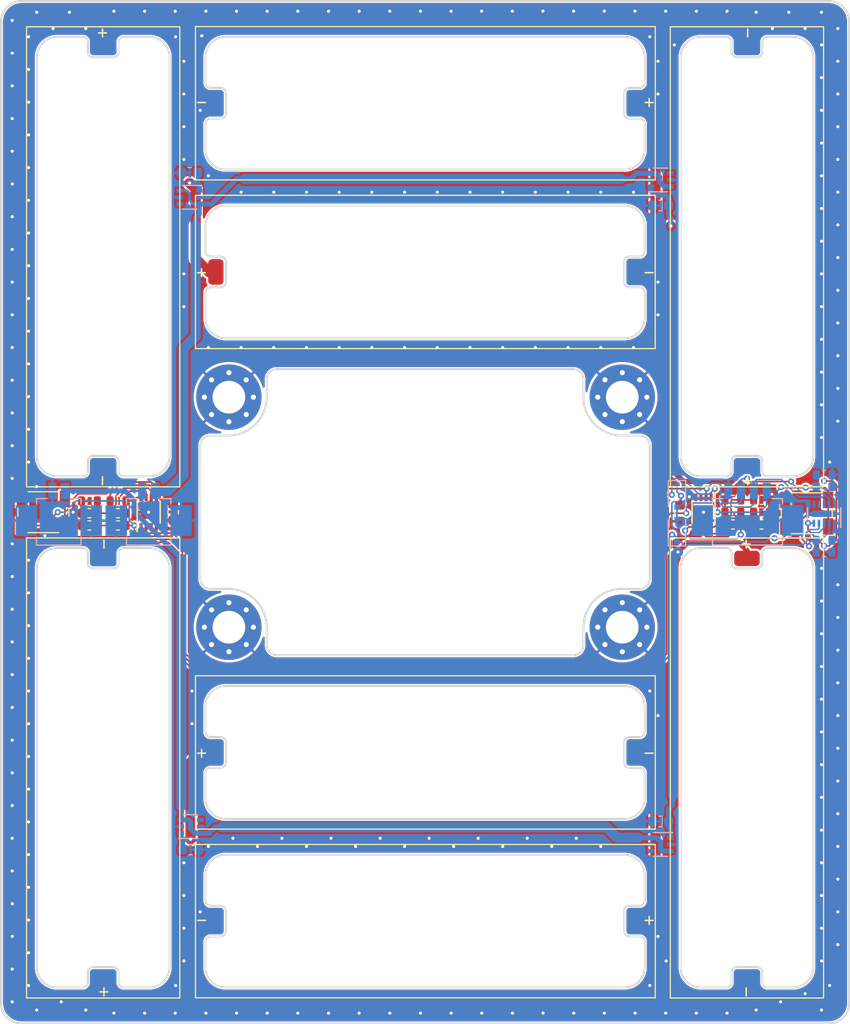
<source format=kicad_pcb>
(kicad_pcb (version 20210424) (generator pcbnew)

  (general
    (thickness 1.004)
  )

  (paper "A4")
  (title_block
    (title "BUTCube - Solar module XY")
    (date "2021-06-01")
    (rev "v1.0")
    (company "VUT")
    (comment 1 "Author: Petr Malaník")
  )

  (layers
    (0 "F.Cu" signal)
    (31 "B.Cu" signal)
    (34 "B.Paste" user)
    (35 "F.Paste" user)
    (36 "B.SilkS" user "B.Silkscreen")
    (37 "F.SilkS" user "F.Silkscreen")
    (38 "B.Mask" user)
    (39 "F.Mask" user)
    (40 "Dwgs.User" user "User.Drawings")
    (41 "Cmts.User" user "User.Comments")
    (42 "Eco1.User" user "User.Eco1")
    (43 "Eco2.User" user "User.Eco2")
    (44 "Edge.Cuts" user)
    (45 "Margin" user)
    (46 "B.CrtYd" user "B.Courtyard")
    (47 "F.CrtYd" user "F.Courtyard")
    (48 "B.Fab" user)
    (49 "F.Fab" user)
    (50 "User.1" user)
    (51 "User.2" user)
  )

  (setup
    (stackup
      (layer "F.SilkS" (type "Top Silk Screen"))
      (layer "F.Paste" (type "Top Solder Paste"))
      (layer "F.Mask" (type "Top Solder Mask") (color "Blue") (thickness 0.01))
      (layer "F.Cu" (type "copper") (thickness 0.017))
      (layer "dielectric 1" (type "core") (thickness 0.95) (material "FR4") (epsilon_r 4.5) (loss_tangent 0.02))
      (layer "B.Cu" (type "copper") (thickness 0.017))
      (layer "B.Mask" (type "Bottom Solder Mask") (color "Blue") (thickness 0.01))
      (layer "B.Paste" (type "Bottom Solder Paste"))
      (layer "B.SilkS" (type "Bottom Silk Screen"))
      (copper_finish "ENIG")
      (dielectric_constraints no)
    )
    (pad_to_mask_clearance 0)
    (pcbplotparams
      (layerselection 0x00010fc_ffffffff)
      (disableapertmacros false)
      (usegerberextensions false)
      (usegerberattributes true)
      (usegerberadvancedattributes true)
      (creategerberjobfile true)
      (svguseinch false)
      (svgprecision 6)
      (excludeedgelayer true)
      (plotframeref false)
      (viasonmask false)
      (mode 1)
      (useauxorigin false)
      (hpglpennumber 1)
      (hpglpenspeed 20)
      (hpglpendiameter 15.000000)
      (dxfpolygonmode true)
      (dxfimperialunits true)
      (dxfusepcbnewfont true)
      (psnegative false)
      (psa4output false)
      (plotreference true)
      (plotvalue true)
      (plotinvisibletext false)
      (sketchpadsonfab false)
      (subtractmaskfromsilk false)
      (outputformat 1)
      (mirror false)
      (drillshape 1)
      (scaleselection 1)
      (outputdirectory "")
    )
  )

  (net 0 "")
  (net 1 "Net-(C1-Pad1)")
  (net 2 "Net-(C2-Pad1)")
  (net 3 "Net-(C3-Pad1)")
  (net 4 "Net-(C4-Pad1)")
  (net 5 "Net-(SC1-Pad2)")
  (net 6 "Net-(SC3-Pad2)")
  (net 7 "VCC")
  (net 8 "/SDA")
  (net 9 "/SCL")
  (net 10 "/Solar_unit_1/OUT")
  (net 11 "/Solar_unit_3/OUT")
  (net 12 "/PH_1")
  (net 13 "Net-(R2-Pad2)")
  (net 14 "Net-(R4-Pad2)")
  (net 15 "Net-(R6-Pad2)")
  (net 16 "/PH_2")
  (net 17 "Net-(R10-Pad1)")
  (net 18 "Net-(R11-Pad2)")
  (net 19 "Net-(R13-Pad2)")
  (net 20 "unconnected-(U1-Pad3)")
  (net 21 "unconnected-(U2-Pad3)")
  (net 22 "Net-(R15-Pad2)")
  (net 23 "unconnected-(U3-Pad6)")
  (net 24 "unconnected-(U3-Pad7)")
  (net 25 "Net-(SC5-Pad2)")
  (net 26 "Net-(SC7-Pad2)")
  (net 27 "GND")

  (footprint "TCY_passives:R_0603_1608Metric" (layer "F.Cu") (at 116.6 94.1 180))

  (footprint "Package_DFN_QFN:DFN-8-1EP_3x2mm_P0.5mm_EP1.3x1.5mm" (layer "F.Cu") (at 176.7 94 -90))

  (footprint "TCY_solar:SM141K04LV" (layer "F.Cu") (at 149.475 70.5))

  (footprint "TCY_smd_leds:VEMD5160X" (layer "F.Cu") (at 186.8 94.1 -90))

  (footprint "MountingHole:MountingHole_3.2mm_M3_Pad_Via" (layer "F.Cu") (at 168.75 82.75))

  (footprint "TCY_passives:R_0603_1608Metric" (layer "F.Cu") (at 179.575 94))

  (footprint "TCY_solar:SM141K04LV" (layer "F.Cu") (at 117.95 119.019999 90))

  (footprint "TCY_passives:R_0603_1608Metric" (layer "F.Cu") (at 179.575 92.8))

  (footprint "TCY_solar:SM141K04LV" (layer "F.Cu") (at 149.480001 54 180))

  (footprint "MountingHole:MountingHole_3.2mm_M3_Pad_Via" (layer "F.Cu") (at 130.25 105.25))

  (footprint "TCY_passives:R_0603_1608Metric" (layer "F.Cu") (at 116.6 92.9 180))

  (footprint "TCY_passives:R_0603_1608Metric" (layer "F.Cu") (at 119.4 92.9 180))

  (footprint "TCY_passives:R_0603_1608Metric" (layer "F.Cu") (at 182.375 92.8))

  (footprint "TCY_passives:R_0603_1608Metric" (layer "F.Cu") (at 182.375 95.2))

  (footprint "Resistor_SMD:R_0603_1608Metric" (layer "F.Cu") (at 174.4 94.1 -90))

  (footprint "TCY_passives:R_0603_1608Metric" (layer "F.Cu") (at 119.4 94.1 180))

  (footprint "TCY_solar:SM141K04LV" (layer "F.Cu") (at 117.95 69.019999 -90))

  (footprint "TCY_passives:R_0603_1608Metric" (layer "F.Cu") (at 116.6 95.3 180))

  (footprint "TCY_passives:R_0603_1608Metric" (layer "F.Cu") (at 119.4 95.3 180))

  (footprint "TCY_solar:SM141K04LV" (layer "F.Cu") (at 149.480001 117.5))

  (footprint "TCY_solar:SM141K04LV" (layer "F.Cu") (at 149.480001 134 180))

  (footprint "Package_DFN_QFN:DFN-8-1EP_3x2mm_P0.5mm_EP1.3x1.5mm" (layer "F.Cu") (at 122.4 94 90))

  (footprint "TCY_solar:SM141K04LV" (layer "F.Cu") (at 180.95 69.019999 90))

  (footprint "MountingHole:MountingHole_3.2mm_M3_Pad_Via" (layer "F.Cu") (at 168.75 105.25))

  (footprint "TCY_solar:SM141K04LV" (layer "F.Cu") (at 180.95 119.019999 -90))

  (footprint "MountingHole:MountingHole_3.2mm_M3_Pad_Via" (layer "F.Cu") (at 130.25 82.75))

  (footprint "TCY_passives:R_0603_1608Metric" (layer "F.Cu") (at 182.375 94))

  (footprint "TCY_smd_leds:VEMD5160X" (layer "F.Cu") (at 112.1 94 90))

  (footprint "Resistor_SMD:R_0603_1608Metric" (layer "F.Cu") (at 124.8 94 -90))

  (footprint "TCY_passives:R_0603_1608Metric" (layer "F.Cu") (at 179.575 95.2))

  (footprint "TCY_connectors:Amphenol_10114830-11102LF_1x02_P1.25mm_Horizontal" (layer "B.Cu") (at 113.6 92.72 180))

  (footprint "TCY_passives:C_0603_1608Metric" (layer "B.Cu") (at 188.5 96.75))

  (footprint "Package_TO_SOT_SMD:SOT-363_SC-70-6" (layer "B.Cu") (at 172.5 126.5 180))

  (footprint "Capacitor_SMD:C_0603_1608Metric" (layer "B.Cu") (at 172.5 64 180))

  (footprint "Package_TO_SOT_SMD:SOT-363_SC-70-6" (layer "B.Cu") (at 126.5 124.75))

  (footprint "Diode_SMD:D_SOD-323F" (layer "B.Cu") (at 174.1 95.8 90))

  (footprint "Capacitor_SMD:C_0603_1608Metric" (layer "B.Cu") (at 126.4 60.8 180))

  (footprint "Capacitor_SMD:C_0603_1608Metric" (layer "B.Cu") (at 126.5 127))

  (footprint "Package_TO_SOT_SMD:SOT-363_SC-70-6" (layer "B.Cu") (at 172.5 61.5))

  (footprint "TCY_passives:R_0603_1608Metric" (layer "B.Cu") (at 188.5 90.35))

  (footprint "Capacitor_SMD:C_0603_1608Metric" (layer "B.Cu") (at 172.5 124.25 180))

  (footprint "TCY_passives:R_0603_1608Metric" (layer "B.Cu") (at 188.5 97.9))

  (footprint "TCY_passives:C_0603_1608Metric" (layer "B.Cu") (at 188.5 91.5))

  (footprint "TCY_connectors:Amphenol_10114830-11102LF_1x02_P1.25mm_Horizontal" (layer "B.Cu") (at 122.4 92.72 180))

  (footprint "Package_DFN_QFN:DFN-10-1EP_2x3mm_P0.5mm_EP0.64x2.4mm" (layer "B.Cu") (at 188.5 94.15 90))

  (footprint "Diode_SMD:D_SOD-323F" (layer "B.Cu") (at 174.1 92.4 -90))

  (footprint "TCY_connectors:Amphenol_10114830-11103LF_1x04_P1.25mm_Horizontal" (layer "B.Cu") (at 181 94.97 180))

  (footprint "Package_TO_SOT_SMD:SOT-363_SC-70-6" (layer "B.Cu") (at 126.4 63.2 180))

  (gr_arc (start 185.45 49.500001) (end 187.45 49.500001) (angle -90) (layer "Edge.Cuts") (width 0.2) (tstamp 02fd28df-f37a-4553-b7a5-7cdbdc55e118))
  (gr_arc (start 185.45 99.5) (end 187.45 99.5) (angle -90) (layer "Edge.Cuts") (width 0.2) (tstamp 04792f9e-1520-4b9d-af73-5d2b39764dcd))
  (gr_arc (start 181.95 99) (end 181.95 99.500001) (angle -90) (layer "Edge.Cuts") (width 0.2) (tstamp 057c1add-104a-4a55-a56b-40801bf3b052))
  (gr_line (start 127.950001 115.500001) (end 127.950001 113.000001) (layer "Edge.Cuts") (width 0.2) (tstamp 05fedc24-de42-4101-b3a2-32c81fecf786))
  (gr_arc (start 115.95 140.000001) (end 115.95 140.500001) (angle -90) (layer "Edge.Cuts") (width 0.2) (tstamp 068b7777-c54f-41d8-a964-2f6b8ebc07fe))
  (gr_arc (start 129.450001 116.500001) (end 129.950001 116.500001) (angle -90) (layer "Edge.Cuts") (width 0.2) (tstamp 06cd484b-e52d-4371-bd5a-280706c8e6a4))
  (gr_line (start 118.95 49.500001) (end 116.95 49.500001) (layer "Edge.Cuts") (width 0.2) (tstamp 087857c5-6b30-4df8-8007-710b829a6832))
  (gr_line (start 129.950001 133.000001) (end 129.950001 135.000001) (layer "Edge.Cuts") (width 0.2) (tstamp 088d7daa-cc8d-4fd8-9aa9-12bb905b0dc6))
  (gr_line (start 116.45 99) (end 116.45 98.000001) (layer "Edge.Cuts") (width 0.2) (tstamp 09c36c44-15fc-4af7-8d71-dd1ff07b603d))
  (gr_arc (start 185.45 138.500001) (end 185.449999 140.500001) (angle -90) (layer "Edge.Cuts") (width 0.2) (tstamp 0a60d8da-a40b-4646-bfdf-f5b9a275e81e))
  (gr_arc (start 169.45 71.500001) (end 168.95 71.500001) (angle -90) (layer "Edge.Cuts") (width 0.2) (tstamp 0b84a6f9-4752-42ea-815d-62cc5fc41feb))
  (gr_line (start 116.45 139.000001) (end 116.45 140.000001) (layer "Edge.Cuts") (width 0.2) (tstamp 0c900f8c-2d96-4607-941d-cb73db80e439))
  (gr_arc (start 163.95 81.000002) (end 164.95 81.000002) (angle -90) (layer "Edge.Cuts") (width 0.2) (tstamp 0de9e0cb-4922-44b0-a5c5-3505f439fbf7))
  (gr_arc (start 168.95 49.500001) (end 170.95 49.500001) (angle -90) (layer "Edge.Cuts") (width 0.2) (tstamp 0ff09f9c-dd92-4514-9029-ab95a69e78ca))
  (gr_line (start 130.2 101.500001) (end 128.45 101.500001) (layer "Edge.Cuts") (width 0.2) (tstamp 1015b18b-ba2c-4325-aabd-937839acb938))
  (gr_arc (start 168.95 129.500001) (end 170.95 129.500001) (angle -90) (layer "Edge.Cuts") (width 0.2) (tstamp 1115bb20-fa86-472b-9634-838fd72b4dc2))
  (gr_arc (start 170.45 72.500001) (end 170.95 72.500001) (angle -90) (layer "Edge.Cuts") (width 0.2) (tstamp 11406a0b-a194-4c64-aee2-5725f56c6367))
  (gr_line (start 168.95 127.500001) (end 129.95 127.500001) (layer "Edge.Cuts") (width 0.2) (tstamp 16d32656-a535-4ca1-a698-fb0b7bd8c175))
  (gr_line (start 129.450001 52.500002) (end 128.450001 52.500002) (layer "Edge.Cuts") (width 0.2) (tstamp 1764f411-00bf-4058-a6c5-237b02f0b980))
  (gr_arc (start 169.45 133) (end 169.45 132.5) (angle -90) (layer "Edge.Cuts") (width 0.2) (tstamp 176ec522-ecd0-484a-9ee5-13f17db7041e))
  (gr_line (start 116.95 138.500001) (end 118.95 138.500001) (layer "Edge.Cuts") (width 0.2) (tstamp 17dbb318-f415-4eeb-9939-a58845d246f0))
  (gr_arc (start 179.949999 49.000001) (end 179.449999 49.000001) (angle -90) (layer "Edge.Cuts") (width 0.2) (tstamp 19c82bf9-832f-41dc-9363-64ec5d7ca397))
  (gr_line (start 170.95 72.500001) (end 170.95 75.000001) (layer "Edge.Cuts") (width 0.2) (tstamp 1a85c2de-d9b4-44ed-b7ab-42b411394e8a))
  (gr_line (start 169.45 72.000001) (end 170.45 72.000001) (layer "Edge.Cuts") (width 0.2) (tstamp 1ae2ee33-b610-4a2d-bf12-fcab2a2d2db8))
  (gr_line (start 182.95 140.500001) (end 185.45 140.500001) (layer "Edge.Cuts") (width 0.2) (tstamp 1cc7908b-9c34-4f92-ab51-23914be8ceea))
  (gr_arc (start 168.95 122.000001) (end 168.95 124.000001) (angle -90) (layer "Edge.Cuts") (width 0.2) (tstamp 1d60ec8b-e4c3-4538-8cfb-92e637677d4b))
  (gr_arc (start 178.95 98.000001) (end 179.45 98.000001) (angle -90) (layer "Edge.Cuts") (width 0.2) (tstamp 200ea47c-c5fd-4db3-8b8b-2b38eaab8b18))
  (gr_arc (start 118.95 89.000001) (end 119.45 89.000001) (angle -90) (layer "Edge.Cuts") (width 0.2) (tstamp 20407672-6076-4d42-b3ac-5e3262eaf09a))
  (gr_arc (start 176.45 88.500002) (end 174.45 88.500002) (angle -90) (layer "Edge.Cuts") (width 0.2) (tstamp 20942e9d-198c-4e1c-a76d-53d121b8efdc))
  (gr_line (start 178.95 47.500001) (end 176.45 47.500001) (layer "Edge.Cuts") (width 0.2) (tstamp 2099de76-5324-414f-b12f-26432a995d83))
  (gr_arc (start 170.45 68.500001) (end 170.45 69.000001) (angle -90) (layer "Edge.Cuts") (width 0.2) (tstamp 2204ceb9-0b66-45b1-afe8-2802f1843daf))
  (gr_arc (start 122.45 99.5) (end 124.45 99.5) (angle -90) (layer "Edge.Cuts") (width 0.2) (tstamp 2488f897-27dc-4d83-b0f1-40de367e0e63))
  (gr_line (start 169.45 52.500002) (end 170.45 52.500002) (layer "Edge.Cuts") (width 0.2) (tstamp 25b6aff7-0040-4cd5-95fa-21ceb6a3bf8e))
  (gr_arc (start 181.95 139.000001) (end 182.45 139.000001) (angle -90) (layer "Edge.Cuts") (width 0.2) (tstamp 26420053-e8ba-4265-bba2-21f505857217))
  (gr_arc (start 170.45 56.000002) (end 170.95 56.000002) (angle -90) (layer "Edge.Cuts") (width 0.2) (tstamp 2778819d-bf2b-4db2-b851-ad21434ab530))
  (gr_arc (start 119.95 140.000001) (end 119.45 140.000001) (angle -90) (layer "Edge.Cuts") (width 0.2) (tstamp 28eff093-6513-4415-9807-a3f82e9be250))
  (gr_line (start 179.45 89.000001) (end 179.45 90.000001) (layer "Edge.Cuts") (width 0.2) (tstamp 291fb24a-ead3-4fe7-b7a0-069917b6ef25))
  (gr_arc (start 115.95 90.000001) (end 115.95 90.500001) (angle -90) (layer "Edge.Cuts") (width 0.2) (tstamp 2a37c86e-f0e2-4b48-b17a-87dd11981829))
  (gr_arc (start 168.95 113.000001) (end 170.95 113.000001) (angle -90) (layer "Edge.Cuts") (width 0.2) (tstamp 2c2d42df-c623-48c4-8b2b-5ce1ddcda0f7))
  (gr_arc (start 129.95 129.500001) (end 129.95 127.500001) (angle -90) (layer "Edge.Cuts") (width 0.2) (tstamp 2e6a0af4-5eb5-416e-9dc9-1cde5ce532b8))
  (gr_arc (start 170.45 136.000001) (end 170.95 136.000001) (angle -90) (layer "Edge.Cuts") (width 0.2) (tstamp 30af23b0-2528-4a23-b0da-bda3f8ae5fbf))
  (gr_arc (start 169.45 53.000002) (end 169.45 52.500002) (angle -90) (layer "Edge.Cuts") (width 0.2) (tstamp 32f769a9-8e15-42a4-8c22-22efacb665e0))
  (gr_arc (start 169.45 69.500001) (end 169.45 69.000001) (angle -90) (layer "Edge.Cuts") (width 0.2) (tstamp 3344bf14-96fc-45d8-b8ac-ca9f6971c34c))
  (gr_arc (start 129.450001 69.500001) (end 129.950001 69.500001) (angle -90) (layer "Edge.Cuts") (width 0.2) (tstamp 33ca28d4-543f-41b2-8ae4-97f66b9b62f0))
  (gr_arc (start 182.95 90.000001) (end 182.45 90.000001) (angle -90) (layer "Edge.Cuts") (width 0.2) (tstamp 3466449a-7c72-4594-a0fe-7da5f88bc18f))
  (gr_arc (start 134.95 107.000001) (end 133.95 107.000001) (angle -90) (layer "Edge.Cuts") (width 0.2) (tstamp 36d73420-baa8-4675-8fdd-4ab03a5e1b96))
  (gr_arc (start 128.450001 72.500001) (end 128.450001 72.000001) (angle -90) (layer "Edge.Cuts") (width 0.2) (tstamp 37b166e3-e714-4dcf-aa51-da63b5f0f651))
  (gr_line (start 129.95 124.000001) (end 168.95 124.000001) (layer "Edge.Cuts") (width 0.2) (tstamp 3854931f-060a-406b-8690-1b0fd9e98f17))
  (gr_arc (start 178.95 140.000001) (end 178.95 140.500001) (angle -90) (layer "Edge.Cuts") (width 0.2) (tstamp 3855035e-d5d1-40b3-8814-9afd3fcea59b))
  (gr_line (start 169.45 135.500001) (end 170.45 135.500001) (layer "Edge.Cuts") (width 0.2) (tstamp 3b03be7d-cadd-46d7-8140-47d932ff66b5))
  (gr_arc (start 170.45 100.500001) (end 170.45 101.500001) (angle -90) (layer "Edge.Cuts") (width 0.2) (tstamp 3c084481-7678-4852-a7a9-ef45ecfba1bb))
  (gr_line (start 111.45 49.500001) (end 111.45 88.500002) (layer "Edge.Cuts") (width 0.2) (tstamp 3d36a243-0383-415d-b4d3-fee5709976f6))
  (gr_line (start 119.45 99) (end 119.45 98.000001) (layer "Edge.Cuts") (width 0.2) (tstamp 3ebabbbc-ad6a-41bf-8786-1c094c54177d))
  (gr_line (start 169.45 119.000001) (end 170.45 119.000001) (layer "Edge.Cuts") (width 0.2) (tstamp 3fb39dbf-163c-4364-b7ad-518d472c51bb))
  (gr_line (start 115.95 90.500001) (end 113.45 90.500001) (layer "Edge.Cuts") (width 0.2) (tstamp 3fcc7f22-1b86-4ec5-bf85-c9257721979f))
  (gr_line (start 170.95 132.000001) (end 170.95 129.500001) (layer "Edge.Cuts") (width 0.2) (tstamp 40b868ea-9917-4a58-b7cf-41a00dc5459e))
  (gr_line (start 115.95 97.500001) (end 113.45 97.500001) (layer "Edge.Cuts") (width 0.2) (tstamp 40e5e106-fa10-453b-93de-e18619fb50db))
  (gr_arc (start 129.95 113.000001) (end 129.95 111.000001) (angle -90) (layer "Edge.Cuts") (width 0.2) (tstamp 42997778-d21a-4685-b69e-94e2aa59164e))
  (gr_line (start 188.95 44.000002) (end 109.95 44.000002) (layer "Edge.Cuts") (width 0.2) (tstamp 42ace664-8f17-4094-b1fd-878ebff58f1f))
  (gr_arc (start 169.45 118.500001) (end 168.95 118.500001) (angle -90) (layer "Edge.Cuts") (width 0.2) (tstamp 4328b7b2-bfd8-4eee-8c04-33c6119c8c7a))
  (gr_arc (start 188.95 142) (end 188.95 144) (angle -90) (layer "Edge.Cuts") (width 0.2) (tstamp 43f9b419-c656-4851-a51c-94884e9df7b4))
  (gr_arc (start 113.45 88.500002) (end 111.45 88.500002) (angle -90) (layer "Edge.Cuts") (width 0.2) (tstamp 457966ac-8523-4a27-8b38-4de7b7447089))
  (gr_line (start 129.950001 116.500001) (end 129.950001 118.500001) (layer "Edge.Cuts") (width 0.2) (tstamp 4625890b-5085-4958-8267-fd99f761240a))
  (gr_line (start 163.95 108.000001) (end 134.95 108.000001) (layer "Edge.Cuts") (width 0.2) (tstamp 467697ea-3f2a-4e44-96df-9e96a0b9cd26))
  (gr_line (start 182.95 97.500001) (end 185.45 97.500001) (layer "Edge.Cuts") (width 0.2) (tstamp 46c10385-447c-4cac-b48c-54b612d05156))
  (gr_arc (start 116.95 139.000001) (end 116.950001 138.500001) (angle -90) (layer "Edge.Cuts") (width 0.2) (tstamp 474586ff-b199-44db-bb96-bf433e305ce5))
  (gr_line (start 182.45 99) (end 182.45 98.000001) (layer "Edge.Cuts") (width 0.2) (tstamp 47900a04-492b-416f-92d7-60e7ba980e4d))
  (gr_line (start 181.95 99.500001) (end 179.95 99.500001) (layer "Edge.Cuts") (width 0.2) (tstamp 4c0053b7-702b-4d3e-b38a-729871a44b98))
  (gr_arc (start 168.95 58.500002) (end 168.95 60.500002) (angle -90) (layer "Edge.Cuts") (width 0.2) (tstamp 4c1c115b-4a86-4563-8193-8e8bb21404e9))
  (gr_line (start 169.45 55.500002) (end 170.45 55.500002) (layer "Edge.Cuts") (width 0.2) (tstamp 4cf9c067-4351-4d91-8245-9a71e71a1579))
  (gr_arc (start 129.450001 53.000001) (end 129.950001 53.000001) (angle -90) (layer "Edge.Cuts") (width 0.2) (tstamp 4d98bf42-d9a8-4c80-a12f-ffae2e2449b2))
  (gr_line (start 174.45 99.5) (end 174.45 138.500001) (layer "Edge.Cuts") (width 0.2) (tstamp 50a0e4e5-ec24-4bc9-a19d-a5cbd346abf9))
  (gr_arc (start 129.450001 135.000001) (end 129.450001 135.500001) (angle -90) (layer "Edge.Cuts") (width 0.2) (tstamp 512ce996-2eeb-43b3-8b2a-179872448ff2))
  (gr_arc (start 179.95 99.000001) (end 179.45 99.000001) (angle -90) (layer "Edge.Cuts") (width 0.2) (tstamp 5184b9b1-2d1e-402f-8a13-ecf332cb8924))
  (gr_line (start 178.95 90.500001) (end 176.45 90.500001) (layer "Edge.Cuts") (width 0.2) (tstamp 51b42015-463f-4b15-af42-2fe98c6fdf4d))
  (gr_arc (start 168.7 105.250001) (end 168.7 101.500001) (angle -90) (layer "Edge.Cuts") (width 0.2) (tstamp 54daa8cd-f74b-4475-ae6b-ef22e989e4ea))
  (gr_arc (start 122.45 49.500001) (end 124.45 49.500001) (angle -90) (layer "Edge.Cuts") (width 0.2) (tstamp 54f0cb31-0ea0-4bdf-80fc-b2252198c0ab))
  (gr_line (start 127.950001 136.000001) (end 127.950001 138.500001) (layer "Edge.Cuts") (width 0.2) (tstamp 550841ff-78be-41bf-9279-62e524c022c9))
  (gr_line (start 178.95 140.500001) (end 176.45 140.500001) (layer "Edge.Cuts") (width 0.2) (tstamp 56756683-07d5-431e-a9fa-51e07c3ec2d5))
  (gr_arc (start 182.95 140.000001) (end 182.45 140.000001) (angle -90) (layer "Edge.Cuts") (width 0.2) (tstamp 596572bd-60f6-451a-944e-670349b19c64))
  (gr_arc (start 170.449999 87.500002) (end 171.449999 87.500002) (angle -90) (layer "Edge.Cuts") (width 0.2) (tstamp 59aaab31-cdf7-4896-946a-bda458d71d16))
  (gr_arc (start 129.950001 138.500001) (end 127.95 138.500001) (angle -90) (layer "Edge.Cuts") (width 0.2) (tstamp 5d5d867a-077e-4589-b79e-5d65489eea05))
  (gr_line (start 182.95 90.500001) (end 185.45 90.500001) (layer "Edge.Cuts") (width 0.2) (tstamp 5d7b1953-d6b5-497c-89e0-be3b5fdc6c37))
  (gr_arc (start 170.45 115.500001) (end 170.45 116.000001) (angle -90) (layer "Edge.Cuts") (width 0.2) (tstamp 6029fe31-ff48-4315-96aa-62af68b7bbd1))
  (gr_line (start 168.95 118.500001) (end 168.95 116.500001) (layer "Edge.Cuts") (width 0.2) (tstamp 6407163e-2b74-4dcd-b560-7eaccb7b6c4e))
  (gr_line (start 164.95 107) (end 164.95 105.250001) (layer "Edge.Cuts") (width 0.2) (tstamp 641b41f7-9d92-4cff-9f38-51bf3979fb42))
  (gr_line (start 129.450001 116.000001) (end 128.450001 116.000001) (layer "Edge.Cuts") (width 0.2) (tstamp 64cc52e3-e8be-4ee8-bc3b-8393589676ad))
  (gr_line (start 119.450001 89.000002) (end 119.450001 90.000001) (layer "Edge.Cuts") (width 0.2) (tstamp 664273c2-30d0-46d6-adfb-19108021f958))
  (gr_arc (start 134.95 81.000002) (end 134.95 80.000002) (angle -90) (layer "Edge.Cuts") (width 0.2) (tstamp 666bd15f-e412-49ec-8609-dbdcf15feaa8))
  (gr_line (start 115.95 47.500001) (end 113.45 47.500001) (layer "Edge.Cuts") (width 0.2) (tstamp 681ae55a-b047-40ab-bcd9-f288f5b38c7e))
  (gr_arc (start 170.45 52.000001) (end 170.45 52.500002) (angle -90) (layer "Edge.Cuts") (width 0.2) (tstamp 69cad448-7621-4388-b02d-b955a55b78ac))
  (gr_line (start 129.950001 69.500001) (end 129.950001 71.500001) (layer "Edge.Cuts") (width 0.2) (tstamp 6a8719f1-16f3-489e-bc1e-fee03537978d))
  (gr_arc (start 119.95 48.000001) (end 119.95 47.500001) (angle -90) (layer "Edge.Cuts") (width 0.2) (tstamp 6b750a59-e7a9-4abc-8c08-f033d3fe9366))
  (gr_arc (start 176.45 138.500001) (end 174.45 138.500001) (angle -90) (layer "Edge.Cuts") (width 0.2) (tstamp 708f301e-b6dd-4465-b89c-73a29f56fec4))
  (gr_arc (start 178.95 48.000001) (end 179.45 48.000001) (angle -90) (layer "Edge.Cuts") (width 0.2) (tstamp 735eb0af-439b-4cea-b44a-d2a70110d10f))
  (gr_line (start 168.95 111) (end 129.95 111.000001) (layer "Edge.Cuts") (width 0.2) (tstamp 73ea7d1a-e8b7-471b-b32d-15e6ba22e4af))
  (gr_line (start 178.95 97.500001) (end 176.45 97.500001) (layer "Edge.Cuts") (width 0.2) (tstamp 742fc986-86b0-4707-a302-57185abc5b63))
  (gr_line (start 168.95 64.000001) (end 129.95 64.000001) (layer "Edge.Cuts") (width 0.2) (tstamp 74e011b2-2128-48c6-a66c-dacc779ec4f3))
  (gr_arc (start 109.95 46.000002) (end 109.95 44.000002) (angle -90) (layer "Edge.Cuts") (width 0.2) (tstamp 74e80894-178e-47c2-addb-76c92fe60d91))
  (gr_line (start 119.95 140.500001) (end 122.45 140.500001) (layer "Edge.Cuts") (width 0.2) (tstamp 75729d9d-b15a-428d-b7ee-3dddd73f914c))
  (gr_line (start 169.45 69.000001) (end 170.45 69.000001) (layer "Edge.Cuts") (width 0.2) (tstamp 76d0e73c-b7fb-4491-b9af-733492f4e7a2))
  (gr_line (start 129.450001 69.000001) (end 128.450001 69.000001) (layer "Edge.Cuts") (width 0.2) (tstamp 76e2cf84-68f8-4c7e-a43a-6fdeaed82c22))
  (gr_arc (start 129.95 66.000001) (end 129.95 64.000001) (angle -90) (layer "Edge.Cuts") (width 0.2) (tstamp 77b7fcfb-e64c-4881-aebf-2910a1a6858c))
  (gr_line (start 124.45 88.500002) (end 124.45 49.500001) (layer "Edge.Cuts") (width 0.2) (tstamp 77f71919-8b4d-4a09-a259-f971e7e13650))
  (gr_arc (start 168.95 138.500001) (end 168.95 140.500001) (angle -90) (layer "Edge.Cuts") (width 0.2) (tstamp 782be7bb-0ed2-4354-b62b-9de056c3c816))
  (gr_line (start 129.450001 132.500001) (end 128.450001 132.500001) (layer "Edge.Cuts") (width 0.2) (tstamp 78e8a562-84b2-4aa6-88f1-0ee5d87f6966))
  (gr_line (start 169.45 132.500001) (end 170.45 132.500001) (layer "Edge.Cuts") (width 0.2) (tstamp 79a3d936-73c9-4068-a7db-4b757ee9db23))
  (gr_line (start 170.95 136.000001) (end 170.95 138.500001) (layer "Edge.Cuts") (width 0.2) (tstamp 7aae5e46-dfed-4d70-954d-3998b7c6ad97))
  (gr_line (start 119.45 49.000001) (end 119.45 48.000001) (layer "Edge.Cuts") (width 0.2) (tstamp 7dffe1f5-ac00-48a6-a204-5c225b8ee6a0))
  (gr_arc (start 129.450001 118.500001) (end 129.450001 119.000001) (angle -90) (layer "Edge.Cuts") (width 0.2) (tstamp 7eb4fc7c-15e3-44fb-9a90-cdbfa5b2841f))
  (gr_arc (start 116.95 49.000001) (end 116.45 49.000001) (angle -90) (layer "Edge.Cuts") (width 0.2) (tstamp 7ed2f7de-17f9-4f2a-aee9-8663aa893ccc))
  (gr_arc (start 129.95 75.000001) (end 127.95 75.000001) (angle -90) (layer "Edge.Cuts") (width 0.2) (tstamp 7f071327-4882-4798-8773-bd8a66e79a70))
  (gr_line (start 190.95 142) (end 190.95 46.000002) (layer "Edge.Cuts") (width 0.2) (tstamp 8029247e-0301-4f7f-ba44-bcbfed4aab63))
  (gr_arc (start 181.95 89.000002) (end 182.45 89.000002) (angle -90) (layer "Edge.Cuts") (width 0.2) (tstamp 80cae36f-e694-48af-a93b-440d434896d1))
  (gr_line (start 127.950001 56.000002) (end 127.950001 58.500001) (layer "Edge.Cuts") (width 0.2) (tstamp 82b5fbe1-7079-43fd-904a-2146cd15e33f))
  (gr_arc (start 182.95 48.000001) (end 182.95 47.500001) (angle -90) (layer "Edge.Cuts") (width 0.2) (tstamp 852154ee-e9e8-49d1-81c4-732e1b9efce9))
  (gr_line (start 182.45 89.000002) (end 182.45 90.000001) (layer "Edge.Cuts") (width 0.2) (tstamp 8744840a-60c8-4960-a35b-6d9ec4cf21a7))
  (gr_arc (start 118.95 99.000001) (end 118.95 99.500001) (angle -90) (layer "Edge.Cuts") (width 0.2) (tstamp 87d59e46-4bd9-4a6e-b283-e5fa9d10a860))
  (gr_line (start 133.95 81.000002) (end 133.95 82.750002) (layer "Edge.Cuts") (width 0.2) (tstamp 8857dabb-1263-4bc4-b105-3d19d4807f58))
  (gr_line (start 109.95 144) (end 188.95 144) (layer "Edge.Cuts") (width 0.2) (tstamp 8871945a-ad76-443d-ad24-9865b5838656))
  (gr_arc (start 109.95 142) (end 107.95 142) (angle -90) (layer "Edge.Cuts") (width 0.2) (tstamp 889df7a2-2c31-4945-b769-3cc3392a1430))
  (gr_line (start 182.45 49.000001) (end 182.45 48.000001) (layer "Edge.Cuts") (width 0.2) (tstamp 88a11b1d-dbc7-4a09-9005-f51d2e6086c0))
  (gr_arc (start 130.200001 105.250001) (end 133.950001 105.250001) (angle -90) (layer "Edge.Cuts") (width 0.2) (tstamp 897aeebd-8745-4d09-bc9d-2f7d5de39394))
  (gr_arc (start 128.450001 52.000002) (end 127.950001 52.000002) (angle -90) (layer "Edge.Cuts") (width 0.2) (tstamp 89a770c0-a007-445d-bfb8-cb6eb5d0843b))
  (gr_arc (start 176.45 99.5) (end 176.45 97.5) (angle -90) (layer "Edge.Cuts") (width 0.2) (tstamp 8a00814c-621a-43c8-85c1-edf0431af0ee))
  (gr_line (start 168.7 101.500001) (end 170.45 101.500001) (layer "Edge.Cuts") (width 0.2) (tstamp 8a76e635-147a-47eb-b89e-a5c1190be725))
  (gr_line (start 119.95 97.500001) (end 122.45 97.500001) (layer "Edge.Cuts") (width 0.2) (tstamp 8c293c86-09b9-4190-bbe2-491c7c71ebc3))
  (gr_arc (start 128.45 87.500002) (end 128.45 86.500002) (angle -90) (layer "Edge.Cuts") (width 0.2) (tstamp 917066b8-42b6-4dbe-93a4-03f3a533c93b))
  (gr_arc (start 178.95 90.000001) (end 178.95 90.500001) (angle -90) (layer "Edge.Cuts") (width 0.2) (tstamp 920be5a4-f8a4-47db-be8d-4ab4b9dde01f))
  (gr_arc (start 170.45 119.500001) (end 170.95 119.500001) (angle -90) (layer "Edge.Cuts") (width 0.2) (tstamp 932dd08d-b453-4570-bdcb-41f3642afbac))
  (gr_arc (start 128.450001 119.500001) (end 128.450001 119) (angle -90) (layer "Edge.Cuts") (width 0.2) (tstamp 947c34b0-1339-46cf-b5f1-d850d29c8aab))
  (gr_line (start 127.45 87.500002) (end 127.45 100.500001) (layer "Edge.Cuts") (width 0.2) (tstamp 97dd2369-b1de-49b1-99b2-fa3443effaa2))
  (gr_line (start 127.950001 119.500001) (end 127.950001 122.000001) (layer "Edge.Cuts") (width 0.2) (tstamp 98daad9f-8ae6-4ef6-9592-f93e96070746))
  (gr_arc (start 128.450001 132.000001) (end 127.950001 132.000001) (angle -90) (layer "Edge.Cuts") (width 0.2) (tstamp 992ba1db-5923-4589-ae03-965bacc9003f))
  (gr_arc (start 128.450001 68.500001) (end 127.950001 68.500001) (angle -90) (layer "Edge.Cuts") (width 0.2) (tstamp 9a6b809c-6d91-4f22-92c8-52b529e801cb))
  (gr_arc (start 176.45 49.500001) (end 176.45 47.500001) (angle -90) (layer "Edge.Cuts") (width 0.2) (tstamp 9a8c6476-15c5-4bc2-b076-7b1c3c77371e))
  (gr_line (start 174.45 49.500001) (end 174.45 88.500002) (layer "Edge.Cuts") (width 0.2) (tstamp 9bbe931b-dd61-4f81-8fa6-1c445e61a5dc))
  (gr_line (start 129.450001 55.500002) (end 128.450001 55.500002) (layer "Edge.Cuts") (width 0.2) (tstamp 9f31c22e-0ac9-4cd9-9ec9-dc88e07e652b))
  (gr_line (start 170.95 115.500001) (end 170.95 113.000001) (layer "Edge.Cuts") (width 0.2) (tstamp 9fa4b302-2c67-4387-8794-bc4270b58c6f))
  (gr_line (start 179.95 138.500001) (end 181.95 138.500001) (layer "Edge.Cuts") (width 0.2) (tstamp a0a073b6-f752-412f-8497-7c02fe632023))
  (gr_line (start 187.45 138.500001) (end 187.45 99.5) (layer "Edge.Cuts") (width 0.2) (tstamp a1b4ce14-0761-489e-aea9-598fffb72937))
  (gr_line (start 118.95 99.5) (end 116.95 99.5) (layer "Edge.Cuts") (width 0.2) (tstamp a31b16fa-cee2-45b6-a31c-fdb58bed72b3))
  (gr_arc (start 179.95 89.000001) (end 179.95 88.500001) (angle -90) (layer "Edge.Cuts") (width 0.2) (tstamp a362a90d-8b64-4835-a486-159fa3c5db91))
  (gr_line (start 168.95 71.500001) (end 168.95 69.500001) (layer "Edge.Cuts") (width 0.2) (tstamp a47f3919-a7ed-4c9c-a7c0-e49cdca988a4))
  (gr_arc (start 185.45 88.500002) (end 185.45 90.500002) (angle -90) (layer "Edge.Cuts") (width 0.2) (tstamp a62534cb-e356-4290-8d1f-5ba7f7d7d173))
  (gr_line (start 130.2 86.500002) (end 128.45 86.500002) (layer "Edge.Cuts") (width 0.2) (tstamp a8dc7da6-5df8-42a4-b2cd-b1281cf3d0f0))
  (gr_line (start 133.95 107.000001) (end 133.95 105.250001) (layer "Edge.Cuts") (width 0.2) (tstamp a910dee8-0870-4310-a0d2-86648d7b69f7))
  (gr_line (start 129.95 140.500001) (end 168.95 140.500001) (layer "Edge.Cuts") (width 0.2) (tstamp aae1e4a3-8e02-4983-a2b8-2b86f3b26622))
  (gr_arc (start 129.95 49.500002) (end 129.95 47.500001) (angle -90) (layer "Edge.Cuts") (width 0.2) (tstamp ac810d39-b7fe-42c7-ba88-868a65732f53))
  (gr_line (start 129.95 60.500001) (end 168.95 60.500001) (layer "Edge.Cuts") (width 0.2) (tstamp af23d4a6-8670-4760-a119-5e2530d26af9))
  (gr_arc (start 119.95 98.000001) (end 119.95 97.5) (angle -90) (layer "Edge.Cuts") (width 0.2) (tstamp af2acadf-c2a8-44c1-a321-0b8c9559fd12))
  (gr_arc (start 116.95 89.000001) (end 116.95 88.500001) (angle -90) (layer "Edge.Cuts") (width 0.2) (tstamp afc80580-63d1-4326-b9f7-5acd5ec665d8))
  (gr_arc (start 188.95 46.000002) (end 190.95 46.000002) (angle -90) (layer "Edge.Cuts") (width 0.2) (tstamp b3ab7bd5-de20-4233-925b-917602773263))
  (gr_arc (start 170.45 132) (end 170.45 132.500001) (angle -90) (layer "Edge.Cuts") (width 0.2) (tstamp b6bd75d6-3508-4fce-905e-29f0060b92f4))
  (gr_arc (start 179.949999 139.000001) (end 179.95 138.500001) (angle -90) (layer "Edge.Cuts") (width 0.2) (tstamp b76f75c3-fd7c-4758-a238-74bc8575cf3b))
  (gr_arc (start 113.45 138.500001) (end 111.45 138.500001) (angle -90) (layer "Edge.Cuts") (width 0.2) (tstamp b8a1d2ac-cbde-411f-94d6-648cdbb9f65b))
  (gr_line (start 127.950001 68.500001) (end 127.950001 66.000001) (layer "Edge.Cuts") (width 0.2) (tstamp b8c2e7e4-14da-4a5e-b54b-171723be229c))
  (gr_line (start 107.95 46.000002) (end 107.95 142) (layer "Edge.Cuts") (width 0.2) (tstamp bf4d3a89-821e-4c78-874a-a358a57f830e))
  (gr_line (start 179.95 88.500002) (end 181.95 88.500002) (layer "Edge.Cuts") (width 0.2) (tstamp c157b1bf-f1c8-4cf0-802c-75f1b9d1dcd9))
  (gr_line (start 170.95 52.000002) (end 170.95 49.500001) (layer "Edge.Cuts") (width 0.2) (tstamp c38991c2-4ab1-4113-a511-8873ca89c478))
  (gr_line (start 170.95 119.500001) (end 170.95 122.000001) (layer "Edge.Cuts") (width 0.2) (tstamp c3e1ac6e-686e-491f-a775-d2c306be2791))
  (gr_arc (start 128.450001 100.500001) (end 127.450001 100.500001) (angle -90) (layer "Edge.Cuts") (width 0.2) (tstamp c3f700a0-20bc-4a01-abc8-52590ec87c31))
  (gr_arc (start 128.450001 115.500001) (end 127.950001 115.500001) (angle -90) (layer "Edge.Cuts") (width 0.2) (tstamp c5b83580-85f5-463b-9481-cb5feb8da2c7))
  (gr_line (start 116.95 88.500002) (end 118.95 88.500002) (layer "Edge.Cuts") (width 0.2) (tstamp c6f75eb3-90c1-4ea4-8211-ee36d74d5e75))
  (gr_arc (start 129.95 122.000001) (end 127.95 122) (angle -90) (layer "Edge.Cuts") (width 0.2) (tstamp c80caa73-4ea0-4303-99bb-165b7fd90bbf))
  (gr_arc (start 115.95 98.000001) (end 116.45 98.000001) (angle -90) (layer "Edge.Cuts") (width 0.2) (tstamp c92570e5-8657-4d54-af64-2d6ec0c06643))
  (gr_line (start 111.45 99.5) (end 111.45 138.500001) (layer "Edge.Cuts") (width 0.2) (tstamp c96142b7-478d-4b08-a318-56fc29c32a2e))
  (gr_line (start 119.95 90.500001) (end 122.45 90.500001) (layer "Edge.Cuts") (width 0.2) (tstamp c9c6e55a-e9f5-4f33-a3d9-6bea33ed461c))
  (gr_line (start 168.95 47.500001) (end 129.95 47.500001) (layer "Edge.Cuts") (width 0.2) (tstamp c9df1cd4-6eae-42e3-a3aa-8243cc2658b9))
  (gr_arc (start 122.45 138.500001) (end 122.45 140.500001) (angle -90) (layer "Edge.Cuts") (width 0.2) (tstamp ca6af224-0824-4eac-8385-56bb28bf948b))
  (gr_line (start 127.950001 132.000001) (end 127.950001 129.500001) (layer "Edge.Cuts") (width 0.2) (tstamp ccd5ce35-273d-44e7-b28a-10f70626f9fc))
  (gr_line (start 170.95 56.000002) (end 170.95 58.500001) (layer "Edge.Cuts") (width 0.2) (tstamp cd1725d5-b81f-420c-9036-744e1b8b69b5))
  (gr_line (start 116.45 49.000001) (end 116.45 48.000001) (layer "Edge.Cuts") (width 0.2) (tstamp cd9ce211-85bd-4997-b7fb-a2372d5a175f))
  (gr_arc (start 128.450001 136.000001) (end 128.450001 135.500001) (angle -90) (layer "Edge.Cuts") (width 0.2) (tstamp d22ff753-3eae-4805-9d49-b77b5aa6fbbb))
  (gr_arc (start 168.7 82.750002) (end 164.95 82.750002) (angle -90) (layer "Edge.Cuts") (width 0.2) (tstamp d5e756b1-8c79-4725-a783-815290ebc472))
  (gr_line (start 179.45 139.000001) (end 179.45 140.000001) (layer "Edge.Cuts") (width 0.2) (tstamp d72088a7-d838-4ab4-a5ad-b1d78fcca41e))
  (gr_arc (start 169.45 116.500001) (end 169.45 116.000001) (angle -90) (layer "Edge.Cuts") (width 0.2) (tstamp d726fdbc-cd73-4f1c-b1d3-3e24db04c9ff))
  (gr_line (start 119.95 47.500001) (end 122.45 47.500001) (layer "Edge.Cuts") (width 0.2) (tstamp d76e9da6-ba3f-49e6-9991-297706496a3e))
  (gr_line (start 127.950001 72.500001) (end 127.950001 75.000001) (layer "Edge.Cuts") (width 0.2) (tstamp d8647260-7586-459e-8e01-86ef19f41dc4))
  (gr_line (start 129.95 77.000001) (end 168.95 77.000001) (layer "Edge.Cuts") (width 0.2) (tstamp d8b4f8af-df6e-45b8-b3af-ef02a199ee8e))
  (gr_line (start 170.95 68.500001) (end 170.95 66.000001) (layer "Edge.Cuts") (width 0.2) (tstamp d903efc6-db8f-4a52-8f8f-4b80bd175b59))
  (gr_arc (start 168.95 75.000001) (end 168.95 77.000002) (angle -90) (layer "Edge.Cuts") (width 0.2) (tstamp dad61b19-5490-43ab-bb0e-764413c7b7e3))
  (gr_line (start 119.450001 139.000001) (end 119.450001 140.000001) (layer "Edge.Cuts") (width 0.2) (tstamp db381d79-765b-4bd4-9e13-51349f2b3dad))
  (gr_line (start 179.45 49.000001) (end 179.45 48.000001) (layer "Edge.Cuts") (width 0.2) (tstamp dba5e760-46c8-4ffe-9119-f593e4b9af4b))
  (gr_arc (start 130.2 82.750002) (end 130.2 86.500002) (angle -90) (layer "Edge.Cuts") (width 0.2) (tstamp dbd09501-9b4d-4cc0-81c3-c2bbea0a98a7))
  (gr_arc (start 129.95 58.500001) (end 127.95 58.500001) (angle -90) (layer "Edge.Cuts") (width 0.2) (tstamp dc0dcd70-9af9-43a6-90bf-7501aa4eabc3))
  (gr_arc (start 118.950001 49.000001) (end 118.95 49.500001) (angle -90) (layer "Edge.Cuts") (width 0.2) (tstamp dd2afa2f-d73d-41d3-9752-3409d781bf80))
  (gr_line (start 182.45 139.000001) (end 182.45 140.000001) (layer "Edge.Cuts") (width 0.2) (tstamp dee937e6-a93e-4b7f-b622-b7e72abe5bcb))
  (gr_line (start 129.450001 135.500001) (end 128.450001 135.500001) (layer "Edge.Cuts") (width 0.2) (tstamp deffecf1-2d6b-490d-b165-addad5ca696a))
  (gr_line (start 187.45 88.500002) (end 187.45 49.500001) (layer "Edge.Cuts") (width 0.2) (tstamp dfc9b2d1-5583-407e-9323-fab93803e77e))
  (gr_line (start 179.45 99.000001) (end 179.45 98.000001) (layer "Edge.Cuts") (width 0.2) (tstamp dfd07cac-98d2-4b82-8c4f-c1d0aac196ed))
  (gr_arc (start 169.45 135.000001) (end 168.95 135.000001) (angle -90) (layer "Edge.Cuts") (width 0.2) (tstamp e0858e8f-0ed3-4e21-b06d-83a11dfd6671))
  (gr_line (start 134.95 80.000002) (end 163.95 80.000002) (layer "Edge.Cuts") (width 0.2) (tstamp e086ad4e-0bd1-4e44-b08d-a67d65161884))
  (gr_arc (start 168.95 66.000001) (end 170.95 66.000001) (angle -90) (layer "Edge.Cuts") (width 0.2) (tstamp e0a01cc1-92e5-465f-b9e4-9abf9102deb7))
  (gr_arc (start 129.450001 71.500001) (end 129.450001 72.000002) (angle -90) (layer "Edge.Cuts") (width 0.2) (tstamp e0d8d89f-3278-4944-a6cf-0a1b5e2575b6))
  (gr_arc (start 181.95 49.000001) (end 181.949999 49.500001) (angle -90) (layer "Edge.Cuts") (width 0.2) (tstamp e1460c31-0172-4665-94c2-ea3e8bbec4ae))
  (gr_line (start 129.450001 72.000002) (end 128.450001 72.000002) (layer "Edge.Cuts") (width 0.2) (tstamp e17648f6-717b-44d6-ae9e-ea11d5adaa10))
  (gr_arc (start 163.95 107) (end 163.95 108) (angle -90) (layer "Edge.Cuts") (width 0.2) (tstamp e19de688-1133-4db1-88b9-8a593c16f7c7))
  (gr_arc (start 122.45 88.500002) (end 122.45 90.500002) (angle -90) (layer "Edge.Cuts") (width 0.2) (tstamp e20a8730-a90f-44d0-8738-cbb3420d0c97))
  (gr_line (start 129.450001 119.000001) (end 128.450001 119.000001) (layer "Edge.Cuts") (width 0.2) (tstamp e2b23b9b-7068-489d-892e-045e38274fc6))
  (gr_arc (start 128.450001 56.000002) (end 128.450001 55.500002) (angle -90) (layer "Edge.Cuts") (width 0.2) (tstamp e2bc1f91-524c-4c39-8d4b-301d4f798c19))
  (gr_arc (start 118.950001 139.000001) (end 119.450001 139.000001) (angle -90) (layer "Edge.Cuts") (width 0.2) (tstamp e3828d57-8577-4343-a856-1709490e6da1))
  (gr_arc (start 116.95 99) (end 116.45 99) (angle -90) (layer "Edge.Cuts") (width 0.2) (tstamp e44d02d3-679a-4708-b01e-7adee63ca73a))
  (gr_arc (start 129.450001 55.000002) (end 129.450001 55.500002) (angle -90) (layer "Edge.Cuts") (width 0.2) (tstamp e511ecbf-c88b-4fb1-ac49-de64237d3dbc))
  (gr_arc (start 115.95 48.000001) (end 116.45 48.000001) (angle -90) (layer "Edge.Cuts") (width 0.2) (tstamp e6128f7f-2623-4d20-a2fe-e8f8ec0836cb))
  (gr_line (start 116.45 89.000001) (end 116.45 90.000001) (layer "Edge.Cuts") (width 0.2) (tstamp e726c879-6b32-46ed-8f4f-b512ba4066ac))
  (gr_line (start 168.95 55.000002) (end 168.95 53.000002) (layer "Edge.Cuts") (width 0.2) (tstamp e7d1dc10-45cb-4f83-a721-d97d6c194314))
  (gr_line (start 168.95 135.000001) (end 168.95 133.000001) (layer "Edge.Cuts") (width 0.2) (tstamp e86fd210-0c19-4114-9678-ed2a5574ad3e))
  (gr_line (start 127.950001 52.000002) (end 127.950001 49.500002) (layer "Edge.Cuts") (width 0.2) (tstamp ea690750-401f-4357-9203-cde6d0271628))
  (gr_line (start 129.950001 53.000002) (end 129.950001 55.000002) (layer "Edge.Cuts") (width 0.2) (tstamp eb2c540c-8ef0-4288-8ff0-08bf1ad9ef7a))
  (gr_line (start 181.95 49.500001) (end 179.95 49.500001) (layer "Edge.Cuts") (width 0.2) (tstamp ec35e742-538a-4fe9-9347-40941b8e371a))
  (gr_line (start 169.45 116.000001) (end 170.45 116.000001) (layer "Edge.Cuts") (width 0.2) (tstamp ec76a7cf-f9f0-4abe-aaa6-d05f735b7ad7))
  (gr_line (start 168.7 86.500002) (end 170.449999 86.500002) (layer "Edge.Cuts") (width 0.2) (tstamp f1a896a0-fc6e-4d66-b05f-c321f5f3ebc8))
  (gr_line (start 164.95 81.000002) (end 164.95 82.750002) (layer "Edge.Cuts") (width 0.2) (tstamp f40e9203-1edf-4bce-b58f-76844450be44))
  (gr_arc (start 169.45 55.000002) (end 168.95 55.000001) (angle -90) (layer "Edge.Cuts") (width 0.2) (tstamp f526fe01-bd34-4268-831e-e4b685e29813))
  (gr_arc (start 119.95 90.000001) (end 119.45 90.000001) (angle -90) (layer "Edge.Cuts") (width 0.2) (tstamp f63c377d-a3e1-4a07-80dc-b718e4ead9f7))
  (gr_line (start 171.45 100.500001) (end 171.45 87.500002) (layer "Edge.Cuts") (width 0.2) (tstamp f74ad42d-9857-4b8e-96c6-ac20b16122fa))
  (gr_arc (start 182.95 98.000001) (end 182.95 97.5) (angle -90) (layer "Edge.Cuts") (width 0.2) (tstamp f9361ab1-9d18-4e5e-8dfe-065ba36bda47))
  (gr_arc (start 113.45 49.500001) (end 113.45 47.500001) (angle -90) (layer "Edge.Cuts") (width 0.2) (tstamp f988de13-f523-420c-939c-ec52f86eaacf))
  (gr_arc (start 113.45 99.5) (end 113.45 97.5) (angle -90) (layer "Edge.Cuts") (width 0.2) (tstamp f9a293a1-fe32-4f52-882e-a6d512ab7ccf))
  (gr_line (start 115.95 140.500001) (end 113.45 140.500001) (layer "Edge.Cuts") (width 0.2) (tstamp fdbf67b8-01ad-4dc2-8da3-931d2be3b594))
  (gr_line (start 182.95 47.500001) (end 185.45 47.500001) (layer "Edge.Cuts") (width 0.2) (tstamp fe0370e2-ba5f-4626-bb18-27471b733cc6))
  (gr_line (start 124.45 138.500001) (end 124.45 99.5) (layer "Edge.Cuts") (width 0.2) (tstamp fe13e6c2-587c-4ed0-8799-ac83e4859bf7))
  (gr_arc (start 129.450001 133.000001) (end 129.950001 133.000001) (angle -90) (layer "Edge.Cuts") (width 0.2) (tstamp ff897fcd-e232-4d18-bd1b-4528898e375c))

  (segment (start 179.45 91) (end 174.75 91) (width 0.5) (layer "F.Cu") (net 1) (tstamp 07bd49c5-741a-42dc-b466-a02f4df6e9eb))
  (segment (start 179.95 89.9) (end 179.95 90.5) (width 0.5) (layer "F.Cu") (net 1) (tstamp 4c4b7d0f-a4f2-4d70-86a7-21b2e93b0b04))
  (segment (start 174.75 91) (end 173.5 89.75) (width 0.5) (layer "F.Cu") (net 1) (tstamp 4ef72094-0045-4761-af23-e3a4db4cf07d))
  (segment (start 180.95 89.519999) (end 180.330001 89.519999) (width 0.5) (layer "F.Cu") (net 1) (tstamp 731a76e2-dad2-4b3a-a92a-1c7e84c10da9))
  (segment (start 179.95 90.5) (end 179.45 91) (width 0.5) (layer "F.Cu") (net 1) (tstamp c3e92499-0ee3-4918-927a-9cbceb9127b3))
  (segment (start 173.5 89.75) (end 173.5 66) (width 1) (layer "F.Cu") (net 1) (tstamp c8315908-9dc9-4f24-8d0e-d9756a6d96c3))
  (segment (start 180.330001 89.519999) (end 179.95 89.9) (width 0.5) (layer "F.Cu") (net 1) (tstamp e6cda38f-5b60-4c60-b665-0d7ab74bae8f))
  (via (at 173.5 66) (size 0.6) (drill 0.3) (layers "F.Cu" "B.Cu") (net 1) (tstamp 469c3c6e-e457-4b4e-aaad-8541a16cce34))
  (segment (start 173.5 66) (end 173.5 65.25) (width 0.5) (layer "B.Cu") (net 1) (tstamp 2fbbf2f8-ccb0-4c4f-9e29-3b401731ef3d))
  (segment (start 172 63) (end 171.55 62.55) (width 0.5) (layer "B.Cu") (net 1) (tstamp 5a680350-53a1-488d-b09f-a3d6c85ce57e))
  (segment (start 173.2875 65.0375) (end 173.2875 64) (width 0.5) (layer "B.Cu") (net 1) (tstamp 6e8310c6-87fa-4f01-b9fa-54a5d2bb6c32))
  (segment (start 173 63) (end 172 63) (width 0.5) (layer "B.Cu") (net 1) (tstamp 9d95bfad-c0cb-49e8-9dcf-27f7850b72cd))
  (segment (start 173.5 65.25) (end 173.2875 65.0375) (width 0.5) (layer "B.Cu") (net 1) (tstamp 9d9cc0d8-8957-4efb-a097-380e88248b27))
  (segment (start 173.2875 64) (end 173.2875 63.2875) (width 0.5) (layer "B.Cu") (net 1) (tstamp c4536b02-f569-4104-870e-7551952d5a50))
  (segment (start 171.55 62.55) (end 171.55 62.15) (width 0.5) (layer "B.Cu") (net 1) (tstamp cad10148-46f5-413c-9cec-de7f9819211b))
  (segment (start 173.2875 63.2875) (end 173 63) (width 0.5) (layer "B.Cu") (net 1) (tstamp ec8e5baa-f6de-40ce-83a7-6e1863f2c5c5))
  (segment (start 127 69.2) (end 127 62.4) (width 1) (layer "F.Cu") (net 2) (tstamp 4433c64a-9a93-48df-b6ea-23abf83b0726))
  (segment (start 128.980001 70.519999) (end 128.319999 70.519999) (width 1) (layer "F.Cu") (net 2) (tstamp 90d26dd1-0001-4076-8a1a-df8a77b20db7))
  (segment (start 128.319999 70.519999) (end 127 69.2) (width 1) (layer "F.Cu") (net 2) (tstamp 9e5fffbd-13c9-4816-805d-10e4fd6c4ffb))
  (segment (start 127 62.4) (end 126.4 61.8) (width 1) (layer "F.Cu") (net 2) (tstamp d0b5effc-9f74-433a-9828-dc334d62d599))
  (via (at 126.4 61.8) (size 0.6) (drill 0.3) (layers "F.Cu" "B.Cu") (net 2) (tstamp a650d9ca-2ed1-4008-9845-1161a938674b))
  (segment (start 127.35 61.95) (end 127.35 62.55) (width 0.5) (layer "B.Cu") (net 2) (tstamp 016102c5-70ee-4531-b64a-c0f6cccf7d21))
  (segment (start 127.1875 60.8) (end 127.1875 61.7875) (width 0.5) (layer "B.Cu") (net 2) (tstamp 2f284f49-a0d8-42dc-976c-ab159ad6b44b))
  (segment (start 127.1875 61.7875) (end 127.35 61.95) (width 0.5) (layer "B.Cu") (net 2) (tstamp a688b481-66fc-450c-af08-4ec3a43cc791))
  (segment (start 126.4 61.8) (end 127.2 61.8) (width 0.5) (layer "B.Cu") (net 2) (tstamp afe1f905-a926-42a4-9509-aa0c3b607f23))
  (segment (start 175.1 97) (end 174.2 97.9) (width 0.5) (layer "F.Cu") (net 3) (tstamp 0b0c39ef-9b34-4d92-829d-32c08e201626))
  (segment (start 180.95 98.519999) (end 180.95 97.75) (width 0.5) (layer "F.Cu") (net 3) (tstamp 5f30ed1a-1fea-440a-81b9-e619cc96a2ca))
  (segment (start 180.2 97) (end 175.15 97) (width 0.5) (layer "F.Cu") (net 3) (tstamp b273134e-9845-4cf6-abfc-6c7b382a96d2))
  (segment (start 180.95 97.75) (end 180.2 97) (width 0.5) (layer "F.Cu") (net 3) (tstamp dc76aaf0-f064-4738-b8be-878736a2a897))
  (segment (start 175.15 97) (end 175.1 97) (width 0.5) (layer "F.Cu") (net 3) (tstamp de80db4a-0039-4117-9d68-730b560aac49))
  (via (at 174.2 97.9) (size 0.6) (drill 0.3) (layers "F.Cu" "B.Cu") (net 3) (tstamp 3e6492f6-84e0-4a12-a5c2-582cf2691e73))
  (segment (start 173.7 121.7) (end 173.7 122.6) (width 0.5) (layer "B.Cu") (net 3) (tstamp 0c9df560-4990-4fb6-9e53-e303969f861e))
  (segment (start 173.9 98.2) (end 173.7 98.4) (width 1) (layer "B.Cu") (net 3) (tstamp 2d5a9300-1cad-468a-882e-8cb651092829))
  (segment (start 173.2875 124.25) (end 173.2875 124.7875) (width 0.5) (layer "B.Cu") (net 3) (tstamp 4d65aab5-703e-4672-9366-dff7531ff9c3))
  (segment (start 173.2875 124.7875) (end 173.45 124.95) (width 0.5) (layer "B.Cu") (net 3) (tstamp 4e58f228-fe4a-41be-b918-cd6f2060b864))
  (segment (start 173.7 98.4) (end 173.7 121.7) (width 1) (layer "B.Cu") (net 3) (tstamp 60ae0e30-300a-443d-9735-e0b731cb4f32))
  (segment (start 173.45 124.95) (end 173.45 125.85) (width 0.5) (layer "B.Cu") (net 3) (tstamp 8558473d-a069-4ea1-80f8-8f06f458336b))
  (segment (start 174.2 97.9) (end 173.9 98.2) (width 1) (layer "B.Cu") (net 3) (tstamp a3ebf7e1-2507-4e28-b036-633b98c3ce8a))
  (segment (start 173.7 122.6) (end 173.2875 123.0125) (width 0.5) (layer "B.Cu") (net 3) (tstamp f23d114d-3abb-4888-ab80-b95001261ea9))
  (segment (start 173.2875 123.0125) (end 173.2875 124.25) (width 0.5) (layer "B.Cu") (net 3) (tstamp ff55b182-c197-4c01-931c-8d04e96e5090))
  (segment (start 128.980001 117.519999) (end 127.480001 117.519999) (width 1) (layer "F.Cu") (net 4) (tstamp 6c28bc80-081a-4dfc-8ea6-2125023aee53))
  (segment (start 127.480001 117.519999) (end 126.5 118.5) (width 1) (layer "F.Cu") (net 4) (tstamp 96722f0f-cb17-4718-a550-fa66d32c7fb9))
  (segment (start 126.5 118.5) (end 126.5 126) (width 1) (layer "F.Cu") (net 4) (tstamp e75eb543-1a99-4b8e-a4b0-3ab2be2806d5))
  (via (at 126.5 126) (size 0.6) (drill 0.3) (layers "F.Cu" "B.Cu") (net 4) (tstamp 253e7b01-c87c-476e-96de-7e3b40317c7a))
  (segment (start 125.7125 127) (end 125.7125 126.0875) (width 0.5) (layer "B.Cu") (net 4) (tstamp 303bdeae-5d12-44c4-900c-76b9a1cda181))
  (segment (start 126.5 126) (end 125.8 126) (width 0.5) (layer "B.Cu") (net 4) (tstamp 31cb6ee0-9195-481b-aaf1-813c99bfc1ae))
  (segment (start 125.55 125.75) (end 125.55 125.4) (width 0.5) (layer "B.Cu") (net 4) (tstamp 463d6021-a76a-4833-b5df-99b46a1c0315))
  (segment (start 125.8 126) (end 125.55 125.75) (width 0.5) (layer "B.Cu") (net 4) (tstamp 88068b99-cd9f-4675-aab4-eb8a21553757))
  (segment (start 125.7125 126.0875) (end 125.8 126) (width 0.5) (layer "B.Cu") (net 4) (tstamp e9345fe4-d0ed-4362-b330-e5cd431d09be))
  (segment (start 118.4 46.2) (end 180.4 46.2) (width 1) (layer "F.Cu") (net 5) (tstamp 2c1201eb-ca84-42ed-8df6-1c2ee18702d4))
  (segment (start 180.4 46.2) (end 180.95 46.75) (width 1) (layer "F.Cu") (net 5) (tstamp 67ee6bab-c810-4e3a-af07-c8f787ca3c36))
  (segment (start 180.95 46.75) (end 180.95 48.519999) (width 1) (layer "F.Cu") (net 5) (tstamp b380a11d-6223-4fa2-b18e-26055593ed53))
  (segment (start 117.95 46.65) (end 117.95 48.519999) (width 1) (layer "F.Cu") (net 5) (tstamp d1a4db43-188a-423d-92ac-5df1c51fac9e))
  (segment (start 118.4 46.2) (end 117.95 46.65) (width 1) (layer "F.Cu") (net 5) (tstamp dbd8e000-e82b-44fa-a715-99aaf3b97bb1))
  (segment (start 172 55) (end 172 69.5) (width 1) (layer "F.Cu") (net 6) (tstamp 0157005f-6550-421b-9ea8-979d6f31883c))
  (segment (start 169.980001 54.019999) (end 171.019999 54.019999) (width 1) (layer "F.Cu") (net 6) (tstamp 3f4ccd43-2e9f-4bfd-b068-0d6c5afb50e1))
  (segment (start 171.019999 54.019999) (end 172 55) (width 1) (layer "F.Cu") (net 6) (tstamp 49901828-c28c-45e1-8eab-b313c55df361))
  (segment (start 170.980001 70.519999) (end 169.980001 70.519999) (width 1) (layer "F.Cu") (net 6) (tstamp 70f4b0ca-19d8-4b24-a9d5-a14af9bcbdda))
  (segment (start 172 69.5) (end 170.980001 70.519999) (width 1) (layer "F.Cu") (net 6) (tstamp a896611c-5bab-4764-bbd7-28b49b2d8771))
  (segment (start 121.848551 96.648551) (end 124.448551 96.648551) (width 0.15) (layer "F.Cu") (net 7) (tstamp 0842832f-fdf6-4891-afef-f32dcf774df3))
  (segment (start 127.65283 109.9) (end 171.047172 109.9) (width 0.15) (layer "F.Cu") (net 7) (tstamp 0a5679d5-c0b0-4197-88a0-1344ba8e212b))
  (segment (start 120.175 94.1) (end 120.175 95.3) (width 0.15) (layer "F.Cu") (net 7) (tstamp 0df42fcc-fc2b-4d2a-84cb-7143cce7005f))
  (segment (start 177.45 95.45) (end 177.75 95.45) (width 0.15) (layer "F.Cu") (net 7) (tstamp 0f3b65c4-37bc-425c-b220-7055a05ed6b5))
  (segment (start 188.9 94.3) (end 188.9 95.4) (width 0.15) (layer "F.Cu") (net 7) (tstamp 110f4e9c-ece1-4678-88ac-66e9e7a4a7f4))
  (segment (start 186.35 94.7) (end 186.35 96.65) (width 0.15) (layer "F.Cu") (net 7) (tstamp 1ada6e38-1dda-456d-8d0b-a781fc161e88))
  (segment (start 184.349502 91.6) (end 188.6 91.6) (width 0.15) (layer "F.Cu") (net 7) (tstamp 1f3d347f-c7a3-4689-b7ae-16600db745c9))
  (segment (start 186.75 94.3) (end 186.35 94.7) (width 0.15) (layer "F.Cu") (net 7) (tstamp 22b438e7-5c29-4985-9f7e-687323036386))
  (segment (start 121.65 92.55) (end 121.25 92.55) (width 0.15) (layer "F.Cu") (net 7) (tstamp 234b4ea8-40b4-4aae-b40e-7b8f479b2cfe))
  (segment (start 173.5 94.1) (end 175.009135 94.1) (width 0.15) (layer "F.Cu") (net 7) (tstamp 2d9044cb-252d-4f82-b327-85c3ad1c75b4))
  (segment (start 178.8 94) (end 178.8 95.2) (width 0.15) (layer "F.Cu") (net 7) (tstamp 30b0e568-c37d-4ace-864f-22b6593736de))
  (segment (start 110 95.3) (end 112.2 95.3) (width 0.15) (layer "F.Cu") (net 7) (tstamp 36071746-9485-4660-8bf6-084e487b0bbf))
  (segment (start 171.047172 109.9) (end 173.1 107.847172) (width 0.15) (layer "F.Cu") (net 7) (tstamp 38ee9915-344d-4319-be76-de9be4c6895e))
  (segment (start 184.3 91.550498) (end 184.349502 91.6) (width 0.15) (layer "F.Cu") (net 7) (tstamp 39eb383a-df52-422d-828a-85939c5c8702))
  (segment (start 124.448551 96.648551) (end 125.7 97.9) (width 0.15) (layer "F.Cu") (net 7) (tstamp 419f70ca-d9ef-4390-8837-0b2e540ce124))
  (segment (start 120.175 92.9) (end 120.175 94.1) (width 0.15) (layer "F.Cu") (net 7) (tstamp 449223ea-5a34-48ed-9efd-bdfa431f6bcb))
  (segment (start 178.8 92.8) (end 178.8 94) (width 0.15) (layer "F.Cu") (net 7) (tstamp 51bcef82-a082-483f-8d05-9c87094065cd))
  (segment (start 173.1 107.847172) (end 173.1 94.5) (width 0.15) (layer "F.Cu") (net 7) (tstamp 53b047b4-9957-44d5-99ed-abf15d2f7034))
  (segment (start 110 92.7) (end 110 95.3) (width 0.15) (layer "F.Cu") (net 7) (tstamp 5bfac59b-666e-4976-97ea-a2c9578202a3))
  (segment (start 121 95.3) (end 121 95.8) (width 0.15) (layer "F.Cu") (net 7) (tstamp 68b05d84-a10d-42d7-b277-dd1a80f7dec7))
  (segment (start 120.175 95.3) (end 121 95.3) (width 0.15) (layer "F.Cu") (net 7) (tstamp 6f8d4eb7-f6e3-4af7-8933-c1d51bed0a78))
  (segment (start 125.7 107.94717) (end 127.65283 109.9) (width 0.15) (layer "F.Cu") (net 7) (tstamp 7714e207-ad4a-4bb4-8ad9-c43df93b337a))
  (segment (start 188.6 91.6) (end 188.9 91.9) (width 0.15) (layer "F.Cu") (net 7) (tstamp 87118630-4438-40e9-8383-f76feacc37b2))
  (segment (start 177.75 95.45) (end 178 95.2) (width 0.15) (layer "F.Cu") (net 7) (tstamp 943c7b37-230b-4a49-ad89-8dd6949b0837))
  (segment (start 121.25 92.55) (end 120.9 92.9) (width 0.15) (layer "F.Cu") (net 7) (tstamp 94a5e3b2-523b-40f9-84ad-a14fd887bc8a))
  (segment (start 120.9 92.9) (end 120.175 92.9) (width 0.15) (layer "F.Cu") (net 7) (tstamp 96bc0e6a-cb03-40b6-86f1-1d98ef229a4d))
  (segment (start 178.8 94) (end 178.074502 94) (width 0.15) (layer "F.Cu") (net 7) (tstamp 9b34a825-ba5d-45f8-9c8e-cf336d3b7a7c))
  (segment (start 188.9 91.9) (end 188.9 92.8) (width 0.15) (layer "F.Cu") (net 7) (tstamp a0c18eee-d0b1-4c18-b4c7-5e35cdb28c42))
  (segment (start 173.1 94.5) (end 173.5 94.1) (width 0.15) (layer "F.Cu") (net 7) (tstamp b52393b3-d707-4409-99c6-e4171608685b))
  (segment (start 112.2 95.3) (end 113.5 94) (width 0.15) (layer "F.Cu") (net 7) (tstamp c4d406c7-a853-498b-9699-aeb83d02e5c7))
  (segment (start 121 95.8) (end 121.848551 96.648551) (width 0.15) (layer "F.Cu") (net 7) (tstamp d143da13-499b-4455-9853-50be9da77c03))
  (segment (start 178 95.2) (end 178.8 95.2) (width 0.15) (layer "F.Cu") (net 7) (tstamp db17e44f-09ca-4349-b9c1-79b3d89a64a8))
  (segment (start 188.9 92.8) (end 188.9 94.3) (width 0.15) (layer "F.Cu") (net 7) (tstamp dd2c22ba-a8ae-496b-9f70-982ba02e5820))
  (segment (start 186.35 96.65) (end 187.032231 97.332231) (width 0.15) (layer "F.Cu") (net 7) (tstamp e55cbdf2-1ed0-4dc1-a7f9-7e804049fafe))
  (segment (start 125.7 97.9) (end 125.7 107.94717) (width 0.15) (layer "F.Cu") (net 7) (tstamp eded2ba0-b2cc-464c-ad76-40e2315cce8e))
  (segment (start 188.9 94.3) (end 186.75 94.3) (width 0.15) (layer "F.Cu") (net 7) (tstamp fa87873c-49ea-4e46-a7fc-e9c4be0d50f1))
  (via (at 178.074502 94) (size 0.6) (drill 0.3) (layers "F.Cu" "B.Cu") (net 7) (tstamp 27177067-088c-4484-9660-02405d2714b7))
  (via (at 121 95.3) (size 0.6) (drill 0.3) (layers "F.Cu" "B.Cu") (net 7) (tstamp 3ded5917-d2a6-41c5-ac78-52a9664b68ba))
  (via (at 186.7 91.6) (size 0.6) (drill 0.3) (layers "F.Cu" "B.Cu") (net 7) (tstamp 49c8b471-f362-4213-8008-d977c7b8a717))
  (via (at 187.032231 97.332231) (size 0.6) (drill 0.3) (layers "F.Cu" "B.Cu") (net 7) (tstamp 660d79d0-fcaf-4d23-bb32-fcc19d38b2d3))
  (via (at 113.5 94) (size 0.6) (drill 0.3) (layers "F.Cu" "B.Cu") (net 7) (tstamp a2bec9d9-80de-4a29-8ff6-04d8c84331dc))
  (via (at 175.009135 94.1) (size 0.6) (drill 0.3) (layers "F.Cu" "B.Cu") (net 7) (tstamp ce612ad6-2ed9-4b30-9b94-1e07d15d5751))
  (via (at 184.3 91.550498) (size 0.6) (drill 0.3) (layers "F.Cu" "B.Cu") (net 7) (tstamp fc743a07-482c-48cd-be87-74706d7169f4))
  (segment (start 184.3 91.550498) (end 183.930498 91.92) (width 0.15) (layer "B.Cu") (net 7) (tstamp 0e41d1f1-e660-4300-a320-1b552ae1d4a5))
  (segment (start 187.15 91.6) (end 187.25 91.5) (width 0.15) (layer "B.Cu") (net 7) (tstamp 189b0d0b-e2cb-479d-a0f2-042aa8418038))
  (segment (start 175.009135 94.1) (end 175.009135 93.431745) (width 0.15) (layer "B.Cu") (net 7) (tstamp 18dee157-6778-4589-8cdf-202fea6530de))
  (segment (start 120.25912 92.9) (end 115.3 92.9) (width 0.15) (layer "B.Cu") (net 7) (tstamp 1a70cfef-0040-485a-8ab0-868b1c7ca389))
  (segment (start 178.074502 93.374502) (end 178.074502 94) (width 0.15) (layer "B.Cu") (net 7) (tstamp 235e381c-4470-455e-9418-ebdf07d5a0ba))
  (segment (start 178.074502 94) (end 182.2 94) (width 0.15) (layer "B.Cu") (net 7) (tstamp 39026b6d-3f62-4a4a-9f86-b851276d20b8))
  (segment (start 120.5 94.8) (end 120.5 93.14088) (width 0.15) (layer "B.Cu") (net 7) (tstamp 3b08aa3b-c3a4-46c1-9465-79cc87ed3a7b))
  (segment (start 187.032231 97.017769) (end 187.3 96.75) (width 0.15) (layer "B.Cu") (net 7) (tstamp 532f2262-90c1-4ed3-86e1-711878cf8cb3))
  (segment (start 187.25 91.5) (end 187.725 91.5) (width 0.15) (layer "B.Cu") (net 7) (tstamp 57ad725e-0e30-4b87-82e2-03816cc2401b))
  (segment (start 182.2 94) (end 182.875 93.325) (width 0.15) (layer "B.Cu") (net 7) (tstamp 6dc7c3a1-d18a-4023-a4a1-5a21eed3fa11))
  (segment (start 187.3 96.75) (end 187.725 96.75) (width 0.15) (layer "B.Cu") (net 7) (tstamp 6f0e29f1-b2cd-4c6b-a717-af8629099eaa))
  (segment (start 187.032231 97.332231) (end 187.032231 97.017769) (width 0.15) (layer "B.Cu") (net 7) (tstamp 74b9cf1f-63b8-4cd0-ba16-6e429801a7e6))
  (segment (start 121 95.3) (end 120.5 94.8) (width 0.15) (layer "B.Cu") (net 7) (tstamp 75a117ff-6b0d-48e0-9286-8eccf5c3c491))
  (segment (start 188.2 96.75) (end 189 95.95) (width 0.15) (layer "B.Cu") (net 7) (tstamp 7aa8efa3-2866-47ea-97d1-6f64460177e8))
  (segment (start 187.725 97.9) (end 187.725 96.75) (width 0.15) (layer "B.Cu") (net 7) (tstamp 7d8fd947-04be-4d18-ac6f-600eb262bee8))
  (segment (start 177.795489 93.095489) (end 178.074502 93.374502) (width 0.15) (layer "B.Cu") (net 7) (tstamp 7e4f0fec-3228-4940-8881-2bb57eb8f597))
  (segment (start 114.2 94) (end 113.5 94) (width 0.15) (layer "B.Cu") (net 7) (tstamp 8ac8acb1-41da-4458-8676-43c028cf0fcf))
  (segment (start 175.009135 93.431745) (end 175.345391 93.095489) (width 0.15) (layer "B.Cu") (net 7) (tstamp 93b18453-de82-4852-ae0f-91fd04b10a63))
  (segment (start 115.3 92.9) (end 114.2 94) (width 0.15) (layer "B.Cu") (net 7) (tstamp 98e948d3-a42d-4eea-8d30-3878365b7ade))
  (segment (start 120.5 93.14088) (end 120.25912 92.9) (width 0.15) (layer "B.Cu") (net 7) (tstamp a0e23ffa-db5d-4e56-a2a9-f32e1f1a988f))
  (segment (start 183.930498 91.92) (end 182.875 91.92) (width 0.15) (layer "B.Cu") (net 7) (tstamp a4c58130-2d66-4c59-bd18-baf7865291c3))
  (segment (start 186.7 91.6) (end 187.15 91.6) (width 0.15) (layer "B.Cu") (net 7) (tstamp a82152cc-5c0c-4d30-9af4-e5fdf1f52665))
  (segment (start 189.5 92.747078) (end 189.5 93.225) (width 0.15) (layer "B.Cu") (net 7) (tstamp b415e5be-7837-4dfb-8aa7-2b2fa9116bb0))
  (segment (start 187.725 96.75) (end 188.2 96.75) (width 0.15) (layer "B.Cu") (net 7) (tstamp bc57acae-424f-4ecc-bf6d-d150bdf4e816))
  (segment (start 188.252922 91.5) (end 189.5 92.747078) (width 0.15) (layer "B.Cu") (net 7) (tstamp bdc3e120-c05b-4c98-b47b-c8a168a55999))
  (segment (start 182.875 93.325) (end 182.875 91.92) (width 0.15) (layer "B.Cu") (net 7) (tstamp beb50aad-61c3-43e1-9c77-29fc9f540011))
  (segment (start 175.345391 93.095489) (end 177.795489 93.095489) (width 0.15) (layer "B.Cu") (net 7) (tstamp c7dd62a0-2c1f-439a-bb26-fe2937cdc749))
  (segment (start 187.725 91.5) (end 188.252922 91.5) (width 0.15) (layer "B.Cu") (net 7) (tstamp d78a3939-c261-41d4-bc04-bafa0729e857))
  (segment (start 189 95.95) (end 189 95.075) (width 0.15) (layer "B.Cu") (net 7) (tstamp ff4efd
... [884067 chars truncated]
</source>
